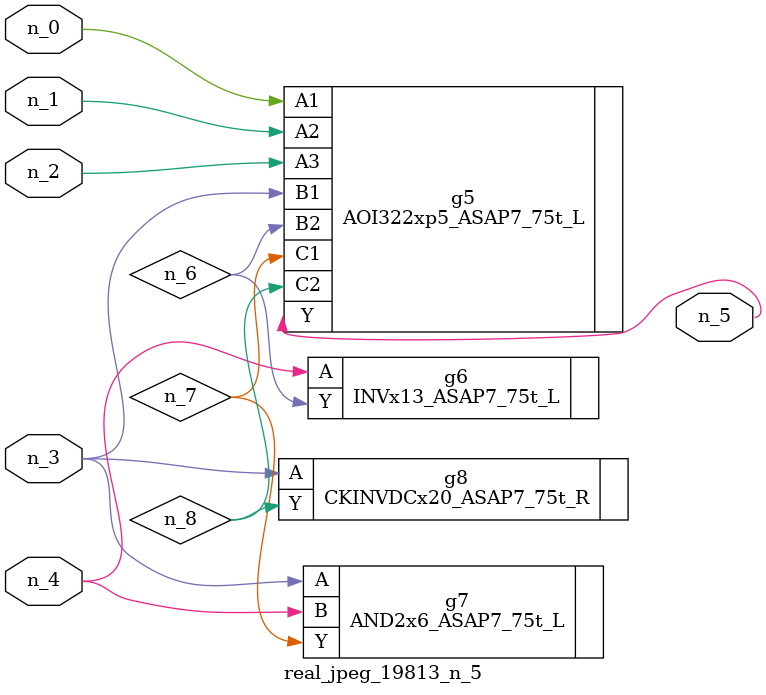
<source format=v>
module real_jpeg_19813_n_5 (n_4, n_0, n_1, n_2, n_3, n_5);

input n_4;
input n_0;
input n_1;
input n_2;
input n_3;

output n_5;

wire n_8;
wire n_6;
wire n_7;

AOI322xp5_ASAP7_75t_L g5 ( 
.A1(n_0),
.A2(n_1),
.A3(n_2),
.B1(n_3),
.B2(n_6),
.C1(n_7),
.C2(n_8),
.Y(n_5)
);

AND2x6_ASAP7_75t_L g7 ( 
.A(n_3),
.B(n_4),
.Y(n_7)
);

CKINVDCx20_ASAP7_75t_R g8 ( 
.A(n_3),
.Y(n_8)
);

INVx13_ASAP7_75t_L g6 ( 
.A(n_4),
.Y(n_6)
);


endmodule
</source>
